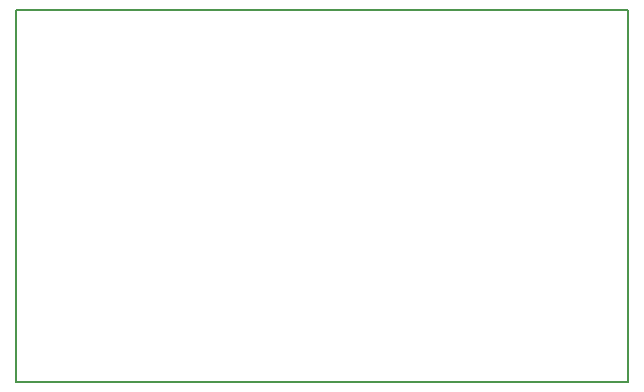
<source format=gbr>
G04 #@! TF.FileFunction,Profile,NP*
%FSLAX46Y46*%
G04 Gerber Fmt 4.6, Leading zero omitted, Abs format (unit mm)*
G04 Created by KiCad (PCBNEW 4.0.7) date 01/27/18 17:50:34*
%MOMM*%
%LPD*%
G01*
G04 APERTURE LIST*
%ADD10C,0.076200*%
%ADD11C,0.150000*%
G04 APERTURE END LIST*
D10*
D11*
X148336000Y-101600000D02*
X148336000Y-70104000D01*
X200152000Y-101600000D02*
X148336000Y-101600000D01*
X200152000Y-70104000D02*
X200152000Y-101600000D01*
X148336000Y-70104000D02*
X200152000Y-70104000D01*
M02*

</source>
